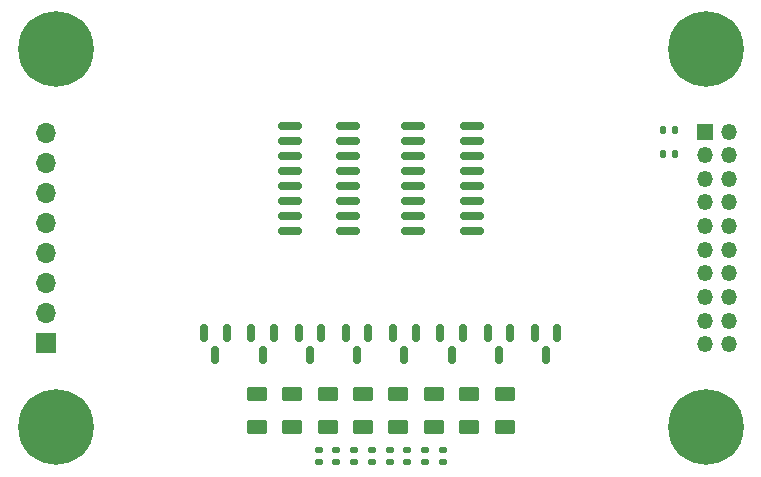
<source format=gbr>
%TF.GenerationSoftware,KiCad,Pcbnew,7.0.7*%
%TF.CreationDate,2023-12-20T16:21:06-06:00*%
%TF.ProjectId,MAR,4d41522e-6b69-4636-9164-5f7063625858,rev?*%
%TF.SameCoordinates,Original*%
%TF.FileFunction,Soldermask,Top*%
%TF.FilePolarity,Negative*%
%FSLAX46Y46*%
G04 Gerber Fmt 4.6, Leading zero omitted, Abs format (unit mm)*
G04 Created by KiCad (PCBNEW 7.0.7) date 2023-12-20 16:21:06*
%MOMM*%
%LPD*%
G01*
G04 APERTURE LIST*
G04 Aperture macros list*
%AMRoundRect*
0 Rectangle with rounded corners*
0 $1 Rounding radius*
0 $2 $3 $4 $5 $6 $7 $8 $9 X,Y pos of 4 corners*
0 Add a 4 corners polygon primitive as box body*
4,1,4,$2,$3,$4,$5,$6,$7,$8,$9,$2,$3,0*
0 Add four circle primitives for the rounded corners*
1,1,$1+$1,$2,$3*
1,1,$1+$1,$4,$5*
1,1,$1+$1,$6,$7*
1,1,$1+$1,$8,$9*
0 Add four rect primitives between the rounded corners*
20,1,$1+$1,$2,$3,$4,$5,0*
20,1,$1+$1,$4,$5,$6,$7,0*
20,1,$1+$1,$6,$7,$8,$9,0*
20,1,$1+$1,$8,$9,$2,$3,0*%
G04 Aperture macros list end*
%ADD10C,6.400000*%
%ADD11RoundRect,0.150000X-0.150000X0.587500X-0.150000X-0.587500X0.150000X-0.587500X0.150000X0.587500X0*%
%ADD12RoundRect,0.250000X-0.625000X0.375000X-0.625000X-0.375000X0.625000X-0.375000X0.625000X0.375000X0*%
%ADD13RoundRect,0.135000X-0.185000X0.135000X-0.185000X-0.135000X0.185000X-0.135000X0.185000X0.135000X0*%
%ADD14RoundRect,0.135000X-0.135000X-0.185000X0.135000X-0.185000X0.135000X0.185000X-0.135000X0.185000X0*%
%ADD15RoundRect,0.150000X-0.825000X-0.150000X0.825000X-0.150000X0.825000X0.150000X-0.825000X0.150000X0*%
%ADD16RoundRect,0.135000X0.135000X0.185000X-0.135000X0.185000X-0.135000X-0.185000X0.135000X-0.185000X0*%
%ADD17R,1.700000X1.700000*%
%ADD18O,1.700000X1.700000*%
%ADD19R,1.350000X1.350000*%
%ADD20O,1.350000X1.350000*%
G04 APERTURE END LIST*
D10*
%TO.C,H3*%
X148000000Y-107600000D03*
%TD*%
D11*
%TO.C,Q3*%
X127450000Y-99662500D03*
X125550000Y-99662500D03*
X126500000Y-101537500D03*
%TD*%
D12*
%TO.C,D4*%
X122000000Y-104800000D03*
X122000000Y-107600000D03*
%TD*%
D11*
%TO.C,Q6*%
X115450000Y-99662500D03*
X113550000Y-99662500D03*
X114500000Y-101537500D03*
%TD*%
D12*
%TO.C,D5*%
X119000000Y-104800000D03*
X119000000Y-107600000D03*
%TD*%
D10*
%TO.C,H1*%
X93000000Y-75600000D03*
%TD*%
D13*
%TO.C,R3*%
X122750000Y-109580000D03*
X122750000Y-110600000D03*
%TD*%
D10*
%TO.C,H4*%
X148000000Y-75600000D03*
%TD*%
D12*
%TO.C,D8*%
X110000000Y-104800000D03*
X110000000Y-107600000D03*
%TD*%
D11*
%TO.C,Q2*%
X131450000Y-99662500D03*
X129550000Y-99662500D03*
X130500000Y-101537500D03*
%TD*%
D12*
%TO.C,D7*%
X113000000Y-104800000D03*
X113000000Y-107600000D03*
%TD*%
D10*
%TO.C,H2*%
X93000000Y-107600000D03*
%TD*%
D11*
%TO.C,Q1*%
X135450000Y-99662500D03*
X133550000Y-99662500D03*
X134500000Y-101537500D03*
%TD*%
D14*
%TO.C,R10*%
X144426900Y-82500000D03*
X145446900Y-82500000D03*
%TD*%
D15*
%TO.C,U2*%
X123250000Y-82082500D03*
X123250000Y-83352500D03*
X123250000Y-84622500D03*
X123250000Y-85892500D03*
X123250000Y-87162500D03*
X123250000Y-88432500D03*
X123250000Y-89702500D03*
X123250000Y-90972500D03*
X128200000Y-90972500D03*
X128200000Y-89702500D03*
X128200000Y-88432500D03*
X128200000Y-87162500D03*
X128200000Y-85892500D03*
X128200000Y-84622500D03*
X128200000Y-83352500D03*
X128200000Y-82082500D03*
%TD*%
D16*
%TO.C,R9*%
X145446900Y-84500000D03*
X144426900Y-84500000D03*
%TD*%
D11*
%TO.C,Q5*%
X119450000Y-99662500D03*
X117550000Y-99662500D03*
X118500000Y-101537500D03*
%TD*%
D12*
%TO.C,D2*%
X128000000Y-104800000D03*
X128000000Y-107600000D03*
%TD*%
D11*
%TO.C,Q7*%
X111450000Y-99662500D03*
X109550000Y-99662500D03*
X110500000Y-101537500D03*
%TD*%
D15*
%TO.C,U1*%
X112800000Y-82082500D03*
X112800000Y-83352500D03*
X112800000Y-84622500D03*
X112800000Y-85892500D03*
X112800000Y-87162500D03*
X112800000Y-88432500D03*
X112800000Y-89702500D03*
X112800000Y-90972500D03*
X117750000Y-90972500D03*
X117750000Y-89702500D03*
X117750000Y-88432500D03*
X117750000Y-87162500D03*
X117750000Y-85892500D03*
X117750000Y-84622500D03*
X117750000Y-83352500D03*
X117750000Y-82082500D03*
%TD*%
D11*
%TO.C,Q8*%
X107450000Y-99662500D03*
X105550000Y-99662500D03*
X106500000Y-101537500D03*
%TD*%
D12*
%TO.C,D3*%
X125000000Y-104800000D03*
X125000000Y-107600000D03*
%TD*%
D13*
%TO.C,R4*%
X121250000Y-109590000D03*
X121250000Y-110610000D03*
%TD*%
D11*
%TO.C,Q4*%
X123450000Y-99662500D03*
X121550000Y-99662500D03*
X122500000Y-101537500D03*
%TD*%
D13*
%TO.C,R5*%
X119750000Y-109580000D03*
X119750000Y-110600000D03*
%TD*%
%TO.C,R8*%
X115250000Y-109580000D03*
X115250000Y-110600000D03*
%TD*%
%TO.C,R1*%
X125750000Y-109580000D03*
X125750000Y-110600000D03*
%TD*%
D17*
%TO.C,J2*%
X92165300Y-100475000D03*
D18*
X92165300Y-97935000D03*
X92165300Y-95395000D03*
X92165300Y-92855000D03*
X92165300Y-90315000D03*
X92165300Y-87775000D03*
X92165300Y-85235000D03*
X92165300Y-82695000D03*
%TD*%
D19*
%TO.C,J1*%
X147946900Y-82600000D03*
D20*
X149946900Y-82600000D03*
X147946900Y-84600000D03*
X149946900Y-84600000D03*
X147946900Y-86600000D03*
X149946900Y-86600000D03*
X147946900Y-88600000D03*
X149946900Y-88600000D03*
X147946900Y-90600000D03*
X149946900Y-90600000D03*
X147946900Y-92600000D03*
X149946900Y-92600000D03*
X147946900Y-94600000D03*
X149946900Y-94600000D03*
X147946900Y-96600000D03*
X149946900Y-96600000D03*
X147946900Y-98600000D03*
X149946900Y-98600000D03*
X147946900Y-100600000D03*
X149946900Y-100600000D03*
%TD*%
D12*
%TO.C,D6*%
X116000000Y-104800000D03*
X116000000Y-107600000D03*
%TD*%
%TO.C,D1*%
X131000000Y-104800000D03*
X131000000Y-107600000D03*
%TD*%
D13*
%TO.C,R6*%
X118250000Y-109580000D03*
X118250000Y-110600000D03*
%TD*%
%TO.C,R2*%
X124250000Y-109580000D03*
X124250000Y-110600000D03*
%TD*%
%TO.C,R7*%
X116750000Y-109580000D03*
X116750000Y-110600000D03*
%TD*%
M02*

</source>
